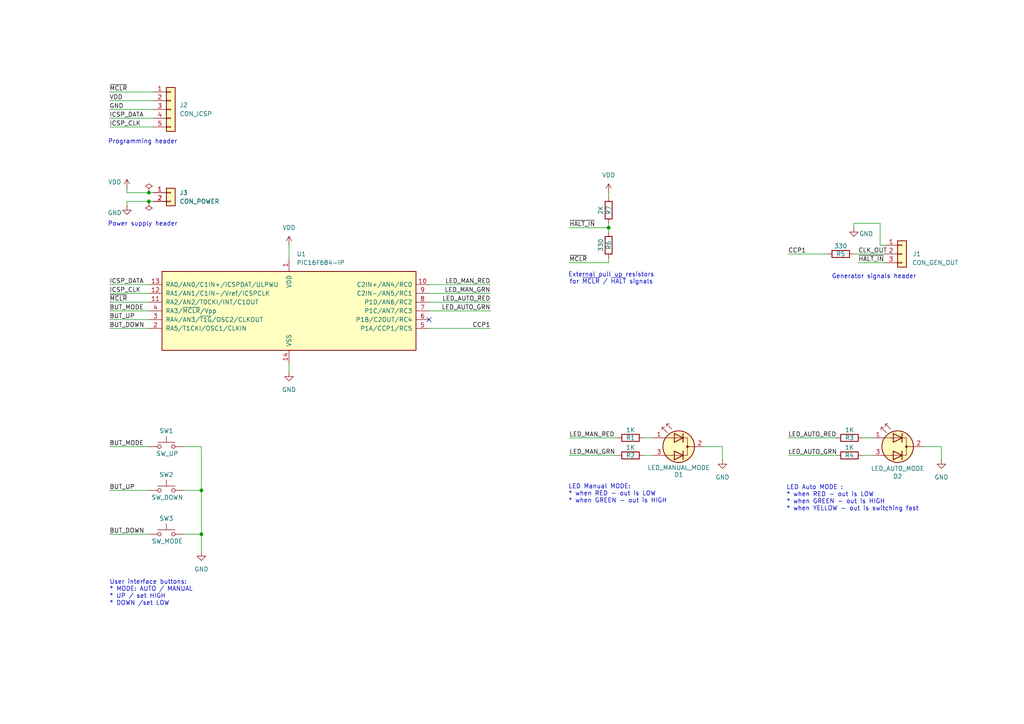
<source format=kicad_sch>
(kicad_sch (version 20231120) (generator "eeschema") (generator_version "8.0")
  (paper "A4")
  (title_block (title " Dev Clock Generator") (date "2024-12-06") (rev "1.0") (company "KrasYo Techonolgies") (comment 1 "K. Yosifov"))
  (lib_symbols
    (symbol "Connector_Generic:Conn_01x02" (pin_names (offset 1.016) hide)
      (property "Reference" "J" (at 0 2.54 0))
      (property "Value" "Conn_01x02" (at 0 -5.08 0))
      (symbol "Conn_01x02_1_1"
        (rectangle (start -1.27 -2.413) (end 0 -2.667) (stroke (width 0.1524)))
        (rectangle (start -1.27 0.127) (end 0 -0.127) (stroke (width 0.1524)))
        (rectangle (start -1.27 1.27) (end 1.27 -3.81) (stroke (width 0.254)) (fill (type background)))
        (pin passive line (at -5.08 0 0) (length 3.81) (name "Pin_1") (number "1"))
        (pin passive line (at -5.08 -2.54 0) (length 3.81) (name "Pin_2") (number "2"))
      )
    )
    (symbol "Connector_Generic:Conn_01x03" (pin_names (offset 1.016) hide)
      (property "Reference" "J" (at 0 5.08 0))
      (property "Value" "Conn_01x03" (at 0 -5.08 0))
      (symbol "Conn_01x03_1_1"
        (rectangle (start -1.27 -2.413) (end 0 -2.667) (stroke (width 0.1524)))
        (rectangle (start -1.27 0.127) (end 0 -0.127) (stroke (width 0.1524)))
        (rectangle (start -1.27 2.667) (end 0 2.413) (stroke (width 0.1524)))
        (rectangle (start -1.27 3.81) (end 1.27 -3.81) (stroke (width 0.254)) (fill (type background)))
        (pin passive line (at -5.08 2.54 0) (length 3.81) (name "Pin_1") (number "1"))
        (pin passive line (at -5.08 0 0) (length 3.81) (name "Pin_2") (number "2"))
        (pin passive line (at -5.08 -2.54 0) (length 3.81) (name "Pin_3") (number "3"))
      )
    )
    (symbol "Connector_Generic:Conn_01x05" (pin_names (offset 1.016) hide)
      (property "Reference" "J" (at 0 7.62 0))
      (property "Value" "Conn_01x05" (at 0 -7.62 0))
      (symbol "Conn_01x05_1_1"
        (rectangle (start -1.27 -4.953) (end 0 -5.207) (stroke (width 0.1524)))
        (rectangle (start -1.27 -2.413) (end 0 -2.667) (stroke (width 0.1524)))
        (rectangle (start -1.27 0.127) (end 0 -0.127) (stroke (width 0.1524)))
        (rectangle (start -1.27 2.667) (end 0 2.413) (stroke (width 0.1524)))
        (rectangle (start -1.27 5.207) (end 0 4.953) (stroke (width 0.1524)))
        (rectangle (start -1.27 6.35) (end 1.27 -6.35) (stroke (width 0.254)) (fill (type background)))
        (pin passive line (at -5.08 5.08 0) (length 3.81) (name "Pin_1") (number "1"))
        (pin passive line (at -5.08 2.54 0) (length 3.81) (name "Pin_2") (number "2"))
        (pin passive line (at -5.08 0 0) (length 3.81) (name "Pin_3") (number "3"))
        (pin passive line (at -5.08 -2.54 0) (length 3.81) (name "Pin_4") (number "4"))
        (pin passive line (at -5.08 -5.08 0) (length 3.81) (name "Pin_5") (number "5"))
      )
    )
    (symbol "Device:LED_Dual_AKA" (pin_names (offset 0) hide)
      (property "Reference" "D" (at 0 5.715 0))
      (property "Value" "LED_Dual_AKA" (at 0 -6.35 0))
      (symbol "LED_Dual_AKA_0_1"
        (circle (center -2.54 0) (radius 0.2794) (fill (type outline)))
        (polyline (pts (xy -4.572 0) (xy -2.54 0)))
        (polyline (pts (xy -1.27 -1.27) (xy -1.27 -3.81)) (stroke (width 0.254)))
        (polyline (pts (xy -1.27 1.27) (xy -1.27 3.81)) (stroke (width 0.254)))
        (polyline (pts (xy 3.81 -2.54) (xy 1.905 -2.54)))
        (polyline (pts (xy 3.81 2.54) (xy 1.905 2.54)))
        (polyline (pts (xy 1.27 -3.81) (xy 1.27 -1.27) (xy -1.27 -2.54) (xy 1.27 -3.81)) (stroke (width 0.254)))
        (polyline (pts (xy 1.27 1.27) (xy 1.27 3.81) (xy -1.27 2.54) (xy 1.27 1.27)) (stroke (width 0.254)))
        (polyline (pts (xy 2.032 2.54) (xy -2.54 2.54) (xy -2.54 -2.54) (xy 2.032 -2.54)))
        (polyline (pts (xy 2.032 5.08) (xy 3.556 6.604) (xy 2.794 6.604) (xy 3.556 6.604) (xy 3.556 5.842)))
        (polyline (pts (xy 3.302 4.064) (xy 4.826 5.588) (xy 4.064 5.588) (xy 4.826 5.588) (xy 4.826 4.826)))
        (circle (center 0 0) (radius 4.572) (stroke (width 0.254)) (fill (type background)))
      )
      (symbol "LED_Dual_AKA_1_1"
        (pin input line (at 7.62 2.54 180) (length 3.81) (name "A1") (number "1"))
        (pin input line (at -7.62 0 0) (length 3.048) (name "K") (number "2"))
        (pin input line (at 7.62 -2.54 180) (length 3.81) (name "A2") (number "3"))
      )
    )
    (symbol "Device:R" (pin_numbers hide) (pin_names (offset 0))
      (property "Reference" "R" (at 2.032 0 90))
      (property "Value" "R" (at 0 0 90))
      (symbol "R_0_1"
        (rectangle (start -1.016 -2.54) (end 1.016 2.54) (stroke (width 0.254)))
      )
      (symbol "R_1_1"
        (pin passive line (at 0 3.81 270) (length 1.27) (name "~") (number "1"))
        (pin passive line (at 0 -3.81 90) (length 1.27) (name "~") (number "2"))
      )
    )
    (symbol "MCU_Microchip_PIC16:PIC16F684-IP" (pin_names (offset 1.016))
      (property "Reference" "U" (at -35.56 15.24 0))
      (property "Value" "PIC16F684-IP" (at -35.56 12.7 0))
      (symbol "PIC16F684-IP_0_1"
        (rectangle (start -36.83 11.43) (end 36.83 -11.43) (stroke (width 0.254)) (fill (type background)))
      )
      (symbol "PIC16F684-IP_1_1"
        (pin power_in line (at 0 15.24 270) (length 3.81) (name "VDD") (number "1"))
        (pin bidirectional line (at 40.64 7.62 180) (length 3.81) (name "C2IN+/AN4/RC0") (number "10"))
        (pin bidirectional line (at -40.64 2.54 0) (length 3.81) (name "RA2/AN2/T0CKI/INT/C1OUT") (number "11"))
        (pin bidirectional line (at -40.64 5.08 0) (length 3.81) (name "RA1/AN1/C1IN-/Vref/ICSPCLK") (number "12"))
        (pin bidirectional line (at -40.64 7.62 0) (length 3.81) (name "RA0/AN0/C1IN+/ICSPDAT/ULPWU") (number "13"))
        (pin power_in line (at 0 -15.24 90) (length 3.81) (name "VSS") (number "14"))
        (pin bidirectional line (at -40.64 -5.08 0) (length 3.81) (name "RA5/T1CKI/OSC1/CLKIN") (number "2"))
        (pin bidirectional line (at -40.64 -2.54 0) (length 3.81) (name "RA4/AN3/~{T1G}/OSC2/CLKOUT") (number "3"))
        (pin input line (at -40.64 0 0) (length 3.81) (name "RA3/~{MCLR}/Vpp") (number "4"))
        (pin bidirectional line (at 40.64 -5.08 180) (length 3.81) (name "P1A/CCP1/RC5") (number "5"))
        (pin bidirectional line (at 40.64 -2.54 180) (length 3.81) (name "P1B/C2OUT/RC4") (number "6"))
        (pin bidirectional line (at 40.64 0 180) (length 3.81) (name "P1C/AN7/RC3") (number "7"))
        (pin bidirectional line (at 40.64 2.54 180) (length 3.81) (name "P1D/AN6/RC2") (number "8"))
        (pin bidirectional line (at 40.64 5.08 180) (length 3.81) (name "C2IN-/AN5/RC1") (number "9"))
      )
    )
    (symbol "Switch:SW_Push" (pin_numbers hide) (pin_names (offset 1.016) hide)
      (property "Reference" "SW" (at 1.27 2.54 0))
      (property "Value" "SW_Push" (at 0 -1.524 0))
      (symbol "SW_Push_0_1"
        (circle (center -2.032 0) (radius 0.508))
        (polyline (pts (xy 0 1.27) (xy 0 3.048)))
        (polyline (pts (xy 2.54 1.27) (xy -2.54 1.27)))
        (circle (center 2.032 0) (radius 0.508))
        (pin passive line (at -5.08 0 0) (length 2.54) (name "1") (number "1"))
        (pin passive line (at 5.08 0 180) (length 2.54) (name "2") (number "2"))
      )
    )
    (symbol "VDD_1" (power) (pin_numbers hide) (pin_names (offset 0) hide)
      (property "Value" "VDD" (at 0 3.556 0))
      (symbol "VDD_1_0_1"
        (polyline (pts (xy -0.762 1.27) (xy 0 2.54)))
        (polyline (pts (xy 0 0) (xy 0 2.54)))
        (polyline (pts (xy 0 2.54) (xy 0.762 1.27)))
      )
      (symbol "VDD_1_1_1"
        (pin power_in line (at 0 0 90) (length 0) (name "~") (number "1"))
      )
    )
    (symbol "power:GND" (power) (pin_numbers hide) (pin_names (offset 0) hide)
      (property "Value" "GND" (at 0 -3.81 0))
      (symbol "GND_0_1"
        (polyline (pts (xy 0 0) (xy 0 -1.27) (xy 1.27 -1.27) (xy 0 -2.54) (xy -1.27 -1.27) (xy 0 -1.27)))
      )
      (symbol "GND_1_1"
        (pin power_in line (at 0 0 270) (length 0) (name "~") (number "1"))
      )
    )
    (symbol "power:PWR_FLAG" (power) (pin_numbers hide) (pin_names (offset 0) hide)
      (property "Value" "PWR_FLAG" (at 0 3.81 0))
      (symbol "PWR_FLAG_0_0"
        (pin power_out line (at 0 0 90) (length 0) (name "~") (number "1"))
      )
      (symbol "PWR_FLAG_0_1"
        (polyline (pts (xy 0 0) (xy 0 1.27) (xy -1.016 1.905) (xy 0 2.54) (xy 1.016 1.905) (xy 0 1.27)))
      )
    )
    (symbol "power:VDD" (power) (pin_numbers hide) (pin_names (offset 0) hide)
      (property "Value" "VDD" (at 0 3.556 0))
      (symbol "VDD_0_1"
        (polyline (pts (xy -0.762 1.27) (xy 0 2.54)))
        (polyline (pts (xy 0 0) (xy 0 2.54)))
        (polyline (pts (xy 0 2.54) (xy 0.762 1.27)))
      )
      (symbol "VDD_1_1"
        (pin power_in line (at 0 0 90) (length 0) (name "~") (number "1"))
      )
    )
  )
  (junction (at 58.42 154.94))
  (junction (at 58.42 142.24))
  (junction (at 176.53 66.04))
  (junction (at 43.18 55.88))
  (junction (at 43.18 58.42))
  (no_connect (at 124.46 92.71))
  (wire (pts (xy 31.75 34.29) (xy 44.45 34.29)))
  (wire (pts (xy 165.1 127) (xy 179.07 127)))
  (wire (pts (xy 176.53 74.93) (xy 176.53 76.2)))
  (wire (pts (xy 31.75 31.75) (xy 44.45 31.75)))
  (wire (pts (xy 228.6 73.66) (xy 240.03 73.66)))
  (wire (pts (xy 124.46 85.09) (xy 142.24 85.09)))
  (wire (pts (xy 247.65 73.66) (xy 256.54 73.66)))
  (wire (pts (xy 255.27 64.77) (xy 255.27 71.12)))
  (wire (pts (xy 176.53 64.77) (xy 176.53 66.04)))
  (wire (pts (xy 124.46 90.17) (xy 142.24 90.17)))
  (wire (pts (xy 176.53 66.04) (xy 176.53 67.31)))
  (wire (pts (xy 228.6 132.08) (xy 242.57 132.08)))
  (wire (pts (xy 58.42 142.24) (xy 58.42 154.94)))
  (wire (pts (xy 83.82 71.12) (xy 83.82 74.93)))
  (wire (pts (xy 209.55 129.54) (xy 209.55 133.35)))
  (wire (pts (xy 58.42 154.94) (xy 58.42 160.02)))
  (wire (pts (xy 31.75 129.54) (xy 43.18 129.54)))
  (wire (pts (xy 31.75 29.21) (xy 44.45 29.21)))
  (wire (pts (xy 43.18 58.42) (xy 44.45 58.42)))
  (wire (pts (xy 31.75 82.55) (xy 43.18 82.55)))
  (wire (pts (xy 273.05 129.54) (xy 273.05 133.35)))
  (wire (pts (xy 53.34 142.24) (xy 58.42 142.24)))
  (wire (pts (xy 31.75 85.09) (xy 43.18 85.09)))
  (wire (pts (xy 165.1 132.08) (xy 179.07 132.08)))
  (wire (pts (xy 247.65 64.77) (xy 255.27 64.77)))
  (wire (pts (xy 176.53 76.2) (xy 165.1 76.2)))
  (wire (pts (xy 36.83 55.88) (xy 43.18 55.88)))
  (wire (pts (xy 36.83 58.42) (xy 43.18 58.42)))
  (wire (pts (xy 248.92 76.2) (xy 256.54 76.2)))
  (wire (pts (xy 83.82 105.41) (xy 83.82 107.95)))
  (wire (pts (xy 267.97 129.54) (xy 273.05 129.54)))
  (wire (pts (xy 31.75 36.83) (xy 44.45 36.83)))
  (wire (pts (xy 31.75 154.94) (xy 43.18 154.94)))
  (wire (pts (xy 36.83 59.69) (xy 36.83 58.42)))
  (wire (pts (xy 124.46 87.63) (xy 142.24 87.63)))
  (wire (pts (xy 31.75 26.67) (xy 44.45 26.67)))
  (wire (pts (xy 31.75 142.24) (xy 43.18 142.24)))
  (wire (pts (xy 186.69 132.08) (xy 189.23 132.08)))
  (wire (pts (xy 228.6 127) (xy 242.57 127)))
  (wire (pts (xy 186.69 127) (xy 189.23 127)))
  (wire (pts (xy 176.53 55.88) (xy 176.53 57.15)))
  (wire (pts (xy 176.53 66.04) (xy 165.1 66.04)))
  (wire (pts (xy 255.27 71.12) (xy 256.54 71.12)))
  (wire (pts (xy 31.75 95.25) (xy 43.18 95.25)))
  (wire (pts (xy 53.34 129.54) (xy 58.42 129.54)))
  (wire (pts (xy 31.75 90.17) (xy 43.18 90.17)))
  (wire (pts (xy 250.19 132.08) (xy 252.73 132.08)))
  (wire (pts (xy 36.83 54.61) (xy 36.83 55.88)))
  (wire (pts (xy 43.18 55.88) (xy 44.45 55.88)))
  (wire (pts (xy 250.19 127) (xy 252.73 127)))
  (wire (pts (xy 124.46 95.25) (xy 142.24 95.25)))
  (wire (pts (xy 124.46 82.55) (xy 142.24 82.55)))
  (wire (pts (xy 31.75 87.63) (xy 43.18 87.63)))
  (wire (pts (xy 53.34 154.94) (xy 58.42 154.94)))
  (wire (pts (xy 247.65 66.04) (xy 247.65 64.77)))
  (wire (pts (xy 58.42 129.54) (xy 58.42 142.24)))
  (wire (pts (xy 31.75 92.71) (xy 43.18 92.71)))
  (wire (pts (xy 204.47 129.54) (xy 209.55 129.54)))
  (text "Programming header" (at 41.402 41.148 0) (effects (font (size 1.27 1.27))))
  (text "LED Manual MODE:\n* when RED - out is LOW\n* when GREEN - out is HIGH\n" (at 164.846 143.256 0) (effects (font (size 1.27 1.27)) (justify left)))
  (text "Power supply header" (at 41.402 65.024 0) (effects (font (size 1.27 1.27))))
  (text "Generator signals header" (at 253.492 80.264 0) (effects (font (size 1.27 1.27))))
  (text "External pull up resistors\nfor ~{MCLR} / ~{HALT} signals" (at 177.292 80.772 0) (effects (font (size 1.27 1.27))))
  (text "User interface buttons:\n* MODE: AUTO / MANUAL\n* UP / set HIGH\n* DOWN /set LOW\n" (at 31.75 171.958 0) (effects (font (size 1.27 1.27)) (justify left)))
  (text "LED Auto MODE :\n* when RED - out is LOW\n* when GREEN - out is HIGH\n* when YELLOW - out is switching fast\n\n" (at 228.092 145.542 0) (effects (font (size 1.27 1.27)) (justify left)))
  (label "LED_MAN_GRN" (at 142.24 85.09 180))
  (label "LED_MAN_GRN" (at 165.1 132.08 0))
  (label "LED_MAN_RED" (at 142.24 82.55 180))
  (label "ICSP_CLK" (at 31.75 85.09 0))
  (label "ICSP_CLK" (at 31.75 36.83 0))
  (label "~{HALT_IN}" (at 248.92 76.2 0))
  (label "CLK_OUT" (at 248.92 73.66 0))
  (label "BUT_UP" (at 31.75 142.24 0))
  (label "BUT_MODE" (at 31.75 129.54 0))
  (label "ICSP_DATA" (at 31.75 34.29 0))
  (label "GND" (at 31.75 31.75 0))
  (label "BUT_DOWN" (at 31.75 95.25 0))
  (label "VDD" (at 31.75 29.21 0))
  (label "~{MCLR}" (at 165.1 76.2 0))
  (label "LED_AUTO_RED" (at 228.6 127 0))
  (label "LED_AUTO_RED" (at 142.24 87.63 180))
  (label "~{MCLR}" (at 31.75 26.67 0))
  (label "LED_AUTO_GRN" (at 142.24 90.17 180))
  (label "BUT_DOWN" (at 31.75 154.94 0))
  (label "CCP1" (at 228.6 73.66 0))
  (label "ICSP_DATA" (at 31.75 82.55 0))
  (label "CCP1" (at 142.24 95.25 180))
  (label "~{MCLR}" (at 31.75 87.63 0))
  (label "BUT_MODE" (at 31.75 90.17 0))
  (label "BUT_UP" (at 31.75 92.71 0))
  (label "LED_AUTO_GRN" (at 228.6 132.08 0))
  (label "LED_MAN_RED" (at 165.1 127 0))
  (label "~{HALT_IN}" (at 165.1 66.04 0))
  (symbol (lib_id "Device:R") (at 243.84 73.66 90) (unit 1)
    (property "Reference" "R5" (at 243.84 73.66 90))
    (property "Value" "330" (at 243.84 71.374 90))
    (property "Footprint" "Resistor_THT:R_Axial_DIN0207_L6.3mm_D2.5mm_P10.16mm_Horizontal" (effects (hide yes)))
    (property "Description" "Resistor" (effects (hide yes)))
  )
  (symbol (lib_id "Connector_Generic:Conn_01x03") (at 261.62 73.66 0) (unit 1)
    (property "Reference" "J1" (at 265.938 73.66 0))
    (property "Value" "CON_GEN_OUT" (at 271.272 76.2 0))
    (property "Footprint" "Connector_PinHeader_2.54mm:PinHeader_1x02_P2.54mm_Vertical" (effects (hide yes)))
    (property "Description" "Generic connector, single row, 01x03, script generated (kicad-library-utils/schlib/autogen/connector/)" (effects (hide yes)))
  )
  (symbol (lib_id "Device:LED_Dual_AKA") (at 196.85 129.54 0) (mirror y) (unit 1)
    (property "Reference" "D1" (at 196.85 137.668 0))
    (property "Value" "LED_MANUAL_MODE" (at 196.85 135.636 0))
    (property "Footprint" "LED_THT:LED_D5.0mm-3" (effects (hide yes)))
    (property "Description" "Dual LED, common cathode on pin 2" (effects (hide yes)))
  )
  (symbol (lib_id "MCU_Microchip_PIC16:PIC16F684-IP") (at 83.82 90.17 0) (unit 1)
    (property "Reference" "U1" (at 86.0141 73.66 0) (effects (justify left)))
    (property "Value" "PIC16F684-IP" (at 86.0141 76.2 0) (effects (justify left)))
    (property "Footprint" "Package_DIP:DIP-14_W7.62mm_Socket" (effects (hide yes)))
    (property "Datasheet" "http://ww1.microchip.com/downloads/en/DeviceDoc/41202F-print.pdf" (effects (hide yes)))
    (property "Description" "2048W FLASH, 128B SRAM, 256B EEPROM, PDIP-14" (effects (hide yes)))
  )
  (symbol (lib_id "Switch:SW_Push") (at 48.26 154.94 0) (unit 1)
    (property "Reference" "SW3" (at 48.26 150.368 0))
    (property "Value" "SW_MODE" (at 48.514 156.972 0))
    (property "Footprint" "Button_Switch_THT:SW_PUSH_6mm_H5mm" (effects (hide yes)))
    (property "Description" "Push button switch, generic, two pins" (effects (hide yes)))
  )
  (symbol (lib_id "power:PWR_FLAG") (at 43.18 58.42 0) (mirror x) (unit 1)
    (property "Reference" "#FLG02" (effects (hide yes)))
    (property "Value" "PWR_FLAG" (effects (hide yes)))
    (property "Description" "Special symbol for telling ERC where power comes from" (effects (hide yes)))
  )
  (symbol (lib_id "Device:R") (at 176.53 60.96 180) (unit 1)
    (property "Reference" "R7" (at 176.53 60.96 90))
    (property "Value" "2K" (at 174.244 60.96 90))
    (property "Footprint" "Resistor_THT:R_Axial_DIN0207_L6.3mm_D2.5mm_P10.16mm_Horizontal" (effects (hide yes)))
    (property "Description" "Resistor" (effects (hide yes)))
  )
  (symbol (lib_id "Device:R") (at 182.88 127 90) (unit 1)
    (property "Reference" "R1" (at 182.88 127 90))
    (property "Value" "1K" (at 182.88 124.714 90))
    (property "Footprint" "Resistor_THT:R_Axial_DIN0207_L6.3mm_D2.5mm_P10.16mm_Horizontal" (effects (hide yes)))
    (property "Description" "Resistor" (effects (hide yes)))
  )
  (symbol (lib_id "Switch:SW_Push") (at 48.26 129.54 0) (unit 1)
    (property "Reference" "SW1" (at 48.26 124.968 0))
    (property "Value" "SW_UP" (at 48.514 131.572 0))
    (property "Footprint" "Button_Switch_THT:SW_PUSH_6mm_H5mm" (effects (hide yes)))
    (property "Description" "Push button switch, generic, two pins" (effects (hide yes)))
  )
  (symbol (lib_id "Device:LED_Dual_AKA") (at 260.35 129.54 0) (mirror y) (unit 1)
    (property "Reference" "D2" (at 260.35 138.176 0))
    (property "Value" "LED_AUTO_MODE" (at 260.35 135.89 0))
    (property "Footprint" "LED_THT:LED_D5.0mm-3" (effects (hide yes)))
    (property "Description" "Dual LED, common cathode on pin 2" (effects (hide yes)))
  )
  (symbol (lib_id "power:PWR_FLAG") (at 43.18 55.88 0) (unit 1)
    (property "Reference" "#FLG01" (effects (hide yes)))
    (property "Value" "PWR_FLAG" (effects (hide yes)))
    (property "Description" "Special symbol for telling ERC where power comes from" (effects (hide yes)))
  )
  (symbol (lib_id "Connector_Generic:Conn_01x02") (at 49.53 55.88 0) (unit 1)
    (property "Reference" "J3" (at 52.07 55.8799 0) (effects (justify left)))
    (property "Value" "CON_POWER" (at 52.07 58.4199 0) (effects (justify left)))
    (property "Footprint" "Connector_PinSocket_2.54mm:PinSocket_1x02_P2.54mm_Vertical" (effects (hide yes)))
    (property "Description" "Generic connector, single row, 01x02, script generated (kicad-library-utils/schlib/autogen/connector/)" (effects (hide yes)))
  )
  (symbol (lib_id "Device:R") (at 246.38 127 90) (unit 1)
    (property "Reference" "R3" (at 246.38 127 90))
    (property "Value" "1K" (at 246.38 124.714 90))
    (property "Footprint" "Resistor_THT:R_Axial_DIN0207_L6.3mm_D2.5mm_P10.16mm_Horizontal" (effects (hide yes)))
    (property "Description" "Resistor" (effects (hide yes)))
  )
  (symbol (lib_id "Switch:SW_Push") (at 48.26 142.24 0) (unit 1)
    (property "Reference" "SW2" (at 48.26 137.668 0))
    (property "Value" "SW_DOWN" (at 48.514 144.272 0))
    (property "Footprint" "Button_Switch_THT:SW_PUSH_6mm_H5mm" (effects (hide yes)))
    (property "Description" "Push button switch, generic, two pins" (effects (hide yes)))
  )
  (symbol (lib_id "power:GND") (at 209.55 133.35 0) (unit 1)
    (property "Reference" "#PWR04" (effects (hide yes)))
    (property "Value" "GND" (at 209.55 138.43 0))
    (property "Description" "Power symbol creates a global label with name \"GND\" , ground" (effects (hide yes)))
  )
  (symbol (lib_id "Device:R") (at 176.53 71.12 180) (unit 1)
    (property "Reference" "R6" (at 176.53 71.12 90))
    (property "Value" "330" (at 174.244 71.12 90))
    (property "Footprint" "Resistor_THT:R_Axial_DIN0207_L6.3mm_D2.5mm_P10.16mm_Horizontal" (effects (hide yes)))
    (property "Description" "Resistor" (effects (hide yes)))
  )
  (symbol (lib_id "Device:R") (at 182.88 132.08 90) (unit 1)
    (property "Reference" "R2" (at 182.88 132.08 90))
    (property "Value" "1K" (at 182.88 129.794 90))
    (property "Footprint" "Resistor_THT:R_Axial_DIN0207_L6.3mm_D2.5mm_P10.16mm_Horizontal" (effects (hide yes)))
    (property "Description" "Resistor" (effects (hide yes)))
  )
  (symbol (lib_id "power:VDD") (at 83.82 71.12 0) (unit 1)
    (property "Reference" "#PWR01" (effects (hide yes)))
    (property "Value" "VDD" (at 83.82 66.04 0))
    (property "Description" "Power symbol creates a global label with name \"VDD\"" (effects (hide yes)))
  )
  (symbol (lib_id "power:GND") (at 83.82 107.95 0) (unit 1)
    (property "Reference" "#PWR02" (effects (hide yes)))
    (property "Value" "GND" (at 83.82 113.03 0))
    (property "Description" "Power symbol creates a global label with name \"GND\" , ground" (effects (hide yes)))
  )
  (symbol (lib_id "power:GND") (at 36.83 59.69 0) (unit 1)
    (property "Reference" "#PWR0102" (effects (hide yes)))
    (property "Value" "GND" (at 33.274 61.722 0))
    (property "Description" "Power symbol creates a global label with name \"GND\" , ground" (effects (hide yes)))
  )
  (symbol (lib_name "VDD_1") (lib_id "power:VDD") (at 36.83 54.61 0) (unit 1)
    (property "Reference" "#PWR0101" (effects (hide yes)))
    (property "Value" "VDD" (at 33.274 52.832 0))
    (property "Description" "Power symbol creates a global label with name \"VDD\"" (effects (hide yes)))
  )
  (symbol (lib_id "power:GND") (at 58.42 160.02 0) (unit 1)
    (property "Reference" "#PWR05" (effects (hide yes)))
    (property "Value" "GND" (at 58.42 165.1 0))
    (property "Description" "Power symbol creates a global label with name \"GND\" , ground" (effects (hide yes)))
  )
  (symbol (lib_id "power:GND") (at 273.05 133.35 0) (unit 1)
    (property "Reference" "#PWR03" (effects (hide yes)))
    (property "Value" "GND" (at 273.05 138.43 0))
    (property "Description" "Power symbol creates a global label with name \"GND\" , ground" (effects (hide yes)))
  )
  (symbol (lib_id "Device:R") (at 246.38 132.08 90) (unit 1)
    (property "Reference" "R4" (at 246.38 132.08 90))
    (property "Value" "1K" (at 246.38 129.794 90))
    (property "Footprint" "Resistor_THT:R_Axial_DIN0207_L6.3mm_D2.5mm_P10.16mm_Horizontal" (effects (hide yes)))
    (property "Description" "Resistor" (effects (hide yes)))
  )
  (symbol (lib_id "power:GND") (at 247.65 66.04 0) (unit 1)
    (property "Reference" "#PWR06" (effects (hide yes)))
    (property "Value" "GND" (at 251.206 67.818 0))
    (property "Description" "Power symbol creates a global label with name \"GND\" , ground" (effects (hide yes)))
  )
  (symbol (lib_id "Connector_Generic:Conn_01x05") (at 49.53 31.75 0) (unit 1)
    (property "Reference" "J2" (at 52.07 30.4799 0) (effects (justify left)))
    (property "Value" "CON_ICSP" (at 52.07 33.0199 0) (effects (justify left)))
    (property "Footprint" "Connector_PinHeader_2.54mm:PinHeader_1x05_P2.54mm_Vertical" (effects (hide yes)))
    (property "Description" "Generic connector, single row, 01x05, script generated (kicad-library-utils/schlib/autogen/connector/)" (effects (hide yes)))
  )
  (symbol (lib_id "power:VDD") (at 176.53 55.88 0) (mirror y) (unit 1)
    (property "Reference" "#PWR07" (effects (hide yes)))
    (property "Value" "VDD" (at 176.53 50.8 0))
    (property "Description" "Power symbol creates a global label with name \"VDD\"" (effects (hide yes)))
  )
)
</source>
